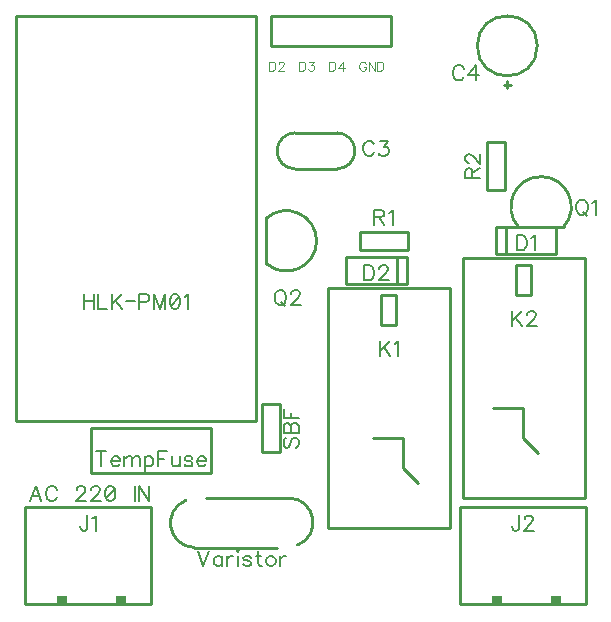
<source format=gbr>
G04 DipTrace 3.0.0.2*
G04 TopSilk.gbr*
%MOIN*%
G04 #@! TF.FileFunction,Legend,Top*
G04 #@! TF.Part,Single*
%ADD10C,0.009843*%
%ADD81C,0.00772*%
%ADD82C,0.004632*%
%FSLAX26Y26*%
G04*
G70*
G90*
G75*
G01*
G04 TopSilk*
%LPD*%
X1323761Y1833701D2*
D10*
X1463641D1*
X1323761Y1953701D2*
X1463641D1*
Y1833701D2*
G03X1463641Y1953701I60J60000D01*
G01*
X1323761D2*
G03X1323761Y1833701I-60J-60000D01*
G01*
X2043021Y2113820D2*
X2019381D1*
X2031201Y2102001D2*
Y2125614D1*
X1931201Y2243730D2*
G02X1931201Y2243730I100000J0D01*
G01*
X1992047Y1548425D2*
Y1638976D1*
X2192992D1*
X2025431Y1548425D2*
Y1638976D1*
X2192992Y1548425D2*
Y1638976D1*
X1992047Y1548425D2*
X2192992D1*
X1695354Y1538976D2*
Y1448425D1*
X1494409D1*
X1661970Y1538976D2*
Y1448425D1*
X1494409Y1538976D2*
Y1448425D1*
X1695354Y1538976D2*
X1494409D1*
X1193701Y2343701D2*
Y993701D1*
X393701D1*
Y2343701D1*
X1193701D1*
X810535Y382265D2*
X424803D1*
Y705119D1*
X842126D1*
Y382265D1*
G36*
X727905Y409150D2*
X759580D1*
Y377648D1*
X727905D1*
Y409150D1*
G37*
G36*
X531137D2*
X562770D1*
Y377648D1*
X531137D1*
Y409150D1*
G37*
X802689Y382265D2*
D10*
X842126D1*
X2260535D2*
X1874803D1*
Y705119D1*
X2292126D1*
Y382265D1*
G36*
X2177905Y409150D2*
X2209580D1*
Y377648D1*
X2177905D1*
Y409150D1*
G37*
G36*
X1981137D2*
X2012770D1*
Y377648D1*
X1981137D1*
Y409150D1*
G37*
X2252689Y382265D2*
D10*
X2292126D1*
X1840551Y1437008D2*
X1435039D1*
Y637795D1*
X1840551D1*
Y1437008D1*
X1685037Y837758D2*
Y937740D1*
X1684997Y837838D2*
X1735078Y787807D1*
X1585038Y937820D2*
X1685037D1*
X1660017Y1412792D2*
X1610058D1*
Y1312730D1*
X1660017D1*
Y1412792D1*
X1435039Y1187813D2*
Y1037881D1*
X2290551Y1537008D2*
X1885039D1*
Y737795D1*
X2290551D1*
Y1537008D1*
X2085038Y937758D2*
Y1037740D1*
X2084997Y937758D2*
X2135078Y887807D1*
X1985039Y1037820D2*
X2085038D1*
X2110017Y1512792D2*
X2060058D1*
Y1412730D1*
X2110017D1*
Y1512792D1*
X1885039Y1287813D2*
Y1137881D1*
X2068080Y1640558D2*
G02X2219321Y1640558I75620J66569D01*
G01*
X2068080D1*
X1228058Y1669321D2*
G02X1228058Y1518080I66569J-75620D01*
G01*
Y1669321D1*
X1538551Y1623701D2*
Y1563701D1*
X1698851Y1623701D2*
X1538551D1*
X1698851D2*
Y1563701D1*
X1538551D1*
X1963701Y1763551D2*
X2023701D1*
X1963701Y1923851D2*
Y1763551D1*
Y1923851D2*
X2023701D1*
Y1763551D1*
X1273703Y1048843D2*
X1213699D1*
X1273703Y888559D2*
Y1048843D1*
Y888559D2*
X1213699D1*
Y1048843D1*
X1044031Y818701D2*
X643371D1*
Y968701D2*
Y818701D1*
X1044031Y968701D2*
X643371D1*
X1044031D2*
Y818701D1*
X987908Y571457D2*
X1264691D1*
X1027435Y736811D2*
X1304218D1*
X1331929Y579328D2*
G03X1304218Y736811I-30275J75853D01*
G01*
X960197Y728940D2*
G03X987908Y571457I30275J-75853D01*
G01*
X1243683Y2343706D2*
X1643718D1*
Y2243701D1*
X1243683D1*
Y2343706D1*
X1587169Y1914986D2*
D81*
X1584793Y1919739D1*
X1579984Y1924547D1*
X1575231Y1926924D1*
X1565670D1*
X1560861Y1924547D1*
X1556108Y1919739D1*
X1553676Y1914986D1*
X1551300Y1907801D1*
Y1895807D1*
X1553676Y1888677D1*
X1556108Y1883869D1*
X1560861Y1879116D1*
X1565670Y1876684D1*
X1575231D1*
X1579984Y1879116D1*
X1584793Y1883869D1*
X1587169Y1888677D1*
X1607417Y1926869D2*
X1633670D1*
X1619355Y1907745D1*
X1626540D1*
X1631294Y1905369D1*
X1633670Y1902992D1*
X1636102Y1895807D1*
Y1891054D1*
X1633670Y1883869D1*
X1628917Y1879060D1*
X1621732Y1876684D1*
X1614547D1*
X1607417Y1879060D1*
X1605041Y1881492D1*
X1602609Y1886246D1*
X1885981Y2167480D2*
X1883605Y2172233D1*
X1878796Y2177041D1*
X1874043Y2179418D1*
X1864481D1*
X1859673Y2177041D1*
X1854920Y2172233D1*
X1852488Y2167480D1*
X1850111Y2160295D1*
Y2148301D1*
X1852488Y2141171D1*
X1854920Y2136363D1*
X1859673Y2131610D1*
X1864481Y2129178D1*
X1874043D1*
X1878796Y2131610D1*
X1883605Y2136363D1*
X1885981Y2141171D1*
X1925352Y2129178D2*
Y2179363D1*
X1901420Y2145925D1*
X1937290D1*
X2062057Y1612199D2*
Y1561959D1*
X2078803D1*
X2085988Y1564391D1*
X2090797Y1569144D1*
X2093173Y1573953D1*
X2095550Y1581083D1*
Y1593076D1*
X2093173Y1600261D1*
X2090797Y1605014D1*
X2085988Y1609823D1*
X2078803Y1612199D1*
X2062057D1*
X2110989Y1602583D2*
X2115798Y1605014D1*
X2122983Y1612144D1*
Y1561959D1*
X1553669Y1512199D2*
Y1461959D1*
X1570416D1*
X1577601Y1464391D1*
X1582409Y1469144D1*
X1584786Y1473953D1*
X1587162Y1481083D1*
Y1493076D1*
X1584786Y1500261D1*
X1582409Y1505014D1*
X1577601Y1509823D1*
X1570416Y1512199D1*
X1553669D1*
X1605033Y1500206D2*
Y1502583D1*
X1607410Y1507391D1*
X1609787Y1509768D1*
X1614595Y1512144D1*
X1624157D1*
X1628910Y1509768D1*
X1631286Y1507391D1*
X1633718Y1502583D1*
Y1497829D1*
X1631286Y1493021D1*
X1626533Y1485891D1*
X1602602Y1461959D1*
X1636095D1*
X619397Y1416924D2*
Y1366684D1*
X652890Y1416924D2*
Y1366684D1*
X619397Y1392992D2*
X652890D1*
X668330Y1416924D2*
Y1366684D1*
X697014D1*
X712454Y1416924D2*
Y1366684D1*
X745947Y1416924D2*
X712454Y1383431D1*
X724392Y1395424D2*
X745947Y1366684D1*
X761386Y1391776D2*
X789021D1*
X804460Y1390616D2*
X826015D1*
X833145Y1392992D1*
X835577Y1395424D1*
X837954Y1400177D1*
Y1407362D1*
X835577Y1412115D1*
X833145Y1414547D1*
X826015Y1416924D1*
X804460D1*
Y1366684D1*
X891639D2*
Y1416924D1*
X872516Y1366684D1*
X853393Y1416924D1*
Y1366684D1*
X921449Y1416869D2*
X914264Y1414492D1*
X909455Y1407307D1*
X907079Y1395369D1*
Y1388184D1*
X909455Y1376245D1*
X914264Y1369060D1*
X921449Y1366684D1*
X926202D1*
X933387Y1369060D1*
X938140Y1376245D1*
X940572Y1388184D1*
Y1395369D1*
X938140Y1407307D1*
X933387Y1414492D1*
X926202Y1416869D1*
X921449D1*
X938140Y1407307D2*
X909455Y1376245D1*
X956011Y1407307D2*
X960820Y1409739D1*
X968005Y1416869D1*
Y1366684D1*
X631714Y678342D2*
Y640095D1*
X629337Y632910D1*
X626906Y630534D1*
X622152Y628102D1*
X617344D1*
X612591Y630534D1*
X610214Y632910D1*
X607782Y640095D1*
Y644849D1*
X647153Y668725D2*
X651962Y671157D1*
X659147Y678287D1*
Y628102D1*
X2070964Y678342D2*
Y640095D1*
X2068588Y632910D1*
X2066156Y630534D1*
X2061402Y628102D1*
X2056594D1*
X2051841Y630534D1*
X2049464Y632910D1*
X2047032Y640095D1*
Y644849D1*
X2088835Y666348D2*
Y668725D1*
X2091212Y673533D1*
X2093588Y675910D1*
X2098397Y678287D1*
X2107958D1*
X2112712Y675910D1*
X2115088Y673533D1*
X2117520Y668725D1*
Y663972D1*
X2115088Y659163D1*
X2110335Y652034D1*
X2086403Y628102D1*
X2119897D1*
X1607332Y1260231D2*
Y1209991D1*
X1640826Y1260231D2*
X1607332Y1226738D1*
X1619270Y1238731D2*
X1640826Y1209991D1*
X1656265Y1250614D2*
X1661073Y1253046D1*
X1668258Y1260176D1*
Y1209991D1*
X2046582Y1360231D2*
Y1309991D1*
X2080076Y1360231D2*
X2046582Y1326738D1*
X2058521Y1338731D2*
X2080076Y1309991D1*
X2097947Y1348237D2*
Y1350614D1*
X2100323Y1355423D1*
X2102700Y1357799D1*
X2107508Y1360176D1*
X2117070D1*
X2121823Y1357799D1*
X2124200Y1355423D1*
X2126632Y1350614D1*
Y1345861D1*
X2124200Y1341052D1*
X2119447Y1333923D1*
X2095515Y1309991D1*
X2129008D1*
X2275204Y1731098D2*
X2270450Y1728776D1*
X2265642Y1723968D1*
X2263265Y1719160D1*
X2260834Y1711974D1*
Y1700036D1*
X2263265Y1692851D1*
X2265642Y1688098D1*
X2270450Y1683290D1*
X2275204Y1680913D1*
X2284765D1*
X2289574Y1683290D1*
X2294327Y1688098D1*
X2296703Y1692851D1*
X2299135Y1700036D1*
Y1711974D1*
X2296703Y1719160D1*
X2294327Y1723968D1*
X2289574Y1728776D1*
X2284765Y1731098D1*
X2275204D1*
X2282389Y1690475D2*
X2296703Y1676105D1*
X2314575Y1721481D2*
X2319383Y1723913D1*
X2326568Y1731042D1*
Y1680858D1*
X1269969Y1430171D2*
X1265216Y1427849D1*
X1260408Y1423041D1*
X1258031Y1418233D1*
X1255599Y1411048D1*
Y1399109D1*
X1258031Y1391924D1*
X1260408Y1387171D1*
X1265216Y1382363D1*
X1269969Y1379986D1*
X1279531D1*
X1284340Y1382363D1*
X1289093Y1387171D1*
X1291469Y1391924D1*
X1293901Y1399109D1*
Y1411048D1*
X1291469Y1418233D1*
X1289093Y1423041D1*
X1284340Y1427849D1*
X1279531Y1430171D1*
X1269969D1*
X1277154Y1389548D2*
X1291469Y1375178D1*
X1311772Y1418177D2*
Y1420554D1*
X1314149Y1425362D1*
X1316525Y1427739D1*
X1321334Y1430115D1*
X1330896D1*
X1335649Y1427739D1*
X1338025Y1425362D1*
X1340457Y1420554D1*
Y1415801D1*
X1338025Y1410992D1*
X1333272Y1403862D1*
X1309340Y1379931D1*
X1342834D1*
X1588238Y1672992D2*
X1609738D1*
X1616923Y1675424D1*
X1619354Y1677801D1*
X1621731Y1682554D1*
Y1687362D1*
X1619354Y1692115D1*
X1616923Y1694547D1*
X1609738Y1696924D1*
X1588238D1*
Y1646684D1*
X1604984Y1672992D2*
X1621731Y1646684D1*
X1637170Y1687307D2*
X1641979Y1689739D1*
X1649164Y1696869D1*
Y1646684D1*
X1914409Y1802488D2*
Y1823988D1*
X1911978Y1831173D1*
X1909601Y1833605D1*
X1904848Y1835981D1*
X1900039D1*
X1895286Y1833605D1*
X1892854Y1831173D1*
X1890478Y1823988D1*
Y1802488D1*
X1940718D1*
X1914409Y1819235D2*
X1940718Y1835981D1*
X1902471Y1853852D2*
X1900095D1*
X1895286Y1856229D1*
X1892910Y1858606D1*
X1890533Y1863414D1*
Y1872976D1*
X1892910Y1877729D1*
X1895286Y1880105D1*
X1900095Y1882537D1*
X1904848D1*
X1909656Y1880105D1*
X1916786Y1875352D1*
X1940718Y1851420D1*
Y1884914D1*
X1292663Y937703D2*
X1287854Y932950D1*
X1285478Y925765D1*
Y916203D1*
X1287854Y909018D1*
X1292663Y904210D1*
X1297416D1*
X1302224Y906642D1*
X1304601Y909018D1*
X1306978Y913772D1*
X1311786Y928142D1*
X1314163Y932950D1*
X1316595Y935327D1*
X1321348Y937703D1*
X1328533D1*
X1333286Y932950D1*
X1335718Y925765D1*
Y916203D1*
X1333286Y909018D1*
X1328533Y904210D1*
X1285478Y953143D2*
X1335718Y953142D1*
Y974698D1*
X1333286Y981883D1*
X1330909Y984259D1*
X1326156Y986636D1*
X1318971D1*
X1314163Y984259D1*
X1311786Y981883D1*
X1309409Y974698D1*
X1306978Y981883D1*
X1304601Y984259D1*
X1299848Y986636D1*
X1295039D1*
X1290286Y984259D1*
X1287854Y981883D1*
X1285478Y974698D1*
Y953143D1*
X1309409Y953142D2*
Y974698D1*
X1285478Y1033192D2*
Y1002075D1*
X1335718D1*
X1309409D2*
Y1021198D1*
X678406Y891924D2*
Y841684D1*
X661659Y891924D2*
X695153D1*
X710592Y860807D2*
X739277D1*
Y865616D1*
X736900Y870424D1*
X734523Y872801D1*
X729715Y875177D1*
X722530D1*
X717777Y872801D1*
X712968Y867992D1*
X710592Y860807D1*
Y856054D1*
X712968Y848869D1*
X717777Y844116D1*
X722530Y841684D1*
X729715D1*
X734523Y844116D1*
X739277Y848869D1*
X754716Y875177D2*
Y841684D1*
Y865616D2*
X761901Y872801D1*
X766709Y875177D1*
X773839D1*
X778648Y872801D1*
X781024Y865616D1*
Y841684D1*
Y865616D2*
X788209Y872801D1*
X793018Y875177D1*
X800147D1*
X804956Y872801D1*
X807388Y865616D1*
Y841684D1*
X822827Y875177D2*
Y824937D1*
Y867992D2*
X827635Y872745D1*
X832389Y875177D1*
X839574D1*
X844382Y872745D1*
X849135Y867992D1*
X851567Y860807D1*
Y855999D1*
X849135Y848869D1*
X844382Y844060D1*
X839574Y841684D1*
X832389D1*
X827635Y844060D1*
X822827Y848869D1*
X898123Y891924D2*
X867006D1*
Y841684D1*
Y867992D2*
X886130D1*
X913562Y875177D2*
Y851245D1*
X915939Y844116D1*
X920747Y841684D1*
X927932D1*
X932686Y844116D1*
X939871Y851245D1*
Y875177D2*
Y841684D1*
X981618Y867992D2*
X979242Y872801D1*
X972057Y875177D1*
X964872D1*
X957687Y872801D1*
X955310Y867992D1*
X957687Y863239D1*
X962495Y860807D1*
X974433Y858431D1*
X979242Y856054D1*
X981618Y851245D1*
Y848869D1*
X979242Y844116D1*
X972057Y841684D1*
X964872D1*
X957687Y844116D1*
X955310Y848869D1*
X997058Y860807D2*
X1025742D1*
Y865616D1*
X1023366Y870424D1*
X1020989Y872801D1*
X1016181Y875177D1*
X1008996D1*
X1004243Y872801D1*
X999434Y867992D1*
X997058Y860807D1*
Y856054D1*
X999434Y848869D1*
X1004243Y844116D1*
X1008996Y841684D1*
X1016181D1*
X1020989Y844116D1*
X1025742Y848869D1*
X998703Y560034D2*
X1017826Y509794D1*
X1036950Y560034D1*
X1081074Y543287D2*
Y509794D1*
Y536102D2*
X1076320Y540911D1*
X1071512Y543287D1*
X1064382D1*
X1059574Y540911D1*
X1054821Y536102D1*
X1052389Y528917D1*
Y524164D1*
X1054821Y516979D1*
X1059574Y512226D1*
X1064382Y509794D1*
X1071512D1*
X1076320Y512226D1*
X1081074Y516979D1*
X1096513Y543287D2*
Y509794D1*
Y528917D2*
X1098945Y536102D1*
X1103698Y540911D1*
X1108506Y543287D1*
X1115691D1*
X1131131Y560034D2*
X1133507Y557658D1*
X1135939Y560034D1*
X1133507Y562466D1*
X1131131Y560034D1*
X1133507Y543287D2*
Y509794D1*
X1177687Y536102D2*
X1175310Y540911D1*
X1168125Y543287D1*
X1160940D1*
X1153755Y540911D1*
X1151378Y536102D1*
X1153755Y531349D1*
X1158563Y528917D1*
X1170502Y526541D1*
X1175310Y524164D1*
X1177687Y519356D1*
Y516979D1*
X1175310Y512226D1*
X1168125Y509794D1*
X1160940D1*
X1153755Y512226D1*
X1151378Y516979D1*
X1200311Y560034D2*
Y519356D1*
X1202688Y512226D1*
X1207496Y509794D1*
X1212249D1*
X1193126Y543287D2*
X1209873D1*
X1239627D2*
X1234873Y540911D1*
X1230065Y536102D1*
X1227688Y528917D1*
Y524164D1*
X1230065Y516979D1*
X1234873Y512226D1*
X1239627Y509794D1*
X1246812D1*
X1251620Y512226D1*
X1256373Y516979D1*
X1258805Y524164D1*
Y528917D1*
X1256373Y536102D1*
X1251620Y540911D1*
X1246812Y543287D1*
X1239627D1*
X1274244D2*
Y509794D1*
Y528917D2*
X1276676Y536102D1*
X1281429Y540911D1*
X1286238Y543287D1*
X1293423D1*
X478143Y726502D2*
X458965Y776742D1*
X439841Y726502D1*
X447026Y743249D2*
X470958D1*
X529452Y764804D2*
X527076Y769557D1*
X522267Y774366D1*
X517514Y776742D1*
X507953D1*
X503144Y774366D1*
X498391Y769557D1*
X495959Y764804D1*
X493582Y757619D1*
Y745625D1*
X495959Y738496D1*
X498391Y733687D1*
X503144Y728934D1*
X507953Y726502D1*
X517514D1*
X522267Y728934D1*
X527076Y733687D1*
X529452Y738496D1*
X595924Y764749D2*
Y767125D1*
X598301Y771934D1*
X600678Y774310D1*
X605486Y776687D1*
X615048D1*
X619801Y774310D1*
X622178Y771934D1*
X624609Y767125D1*
Y762372D1*
X622178Y757564D1*
X617424Y750434D1*
X593493Y726502D1*
X626986D1*
X644857Y764749D2*
Y767125D1*
X647234Y771934D1*
X649610Y774310D1*
X654419Y776687D1*
X663980D1*
X668733Y774310D1*
X671110Y771934D1*
X673542Y767125D1*
Y762372D1*
X671110Y757564D1*
X666357Y750434D1*
X642425Y726502D1*
X675919D1*
X705728Y776687D2*
X698543Y774310D1*
X693734Y767125D1*
X691358Y755187D1*
Y748002D1*
X693734Y736064D1*
X698543Y728879D1*
X705728Y726502D1*
X710481D1*
X717666Y728879D1*
X722419Y736064D1*
X724851Y748002D1*
Y755187D1*
X722419Y767125D1*
X717666Y774310D1*
X710481Y776687D1*
X705728D1*
X722419Y767125D2*
X693734Y736064D1*
X788891Y776742D2*
Y726502D1*
X837824Y776742D2*
Y726502D1*
X804331Y776742D1*
Y726502D1*
X1238298Y2191245D2*
D82*
Y2161101D1*
X1248346D1*
X1252657Y2162560D1*
X1255542Y2165412D1*
X1256968Y2168297D1*
X1258394Y2172575D1*
Y2179771D1*
X1256968Y2184082D1*
X1255542Y2186934D1*
X1252657Y2189819D1*
X1248346Y2191245D1*
X1238298D1*
X1269116Y2184049D2*
Y2185475D1*
X1270542Y2188360D1*
X1271968Y2189786D1*
X1274853Y2191212D1*
X1280590D1*
X1283442Y2189786D1*
X1284868Y2188360D1*
X1286327Y2185475D1*
Y2182623D1*
X1284868Y2179738D1*
X1282016Y2175460D1*
X1267657Y2161101D1*
X1287753D1*
X1338298Y2191245D2*
Y2161101D1*
X1348346D1*
X1352657Y2162560D1*
X1355542Y2165412D1*
X1356968Y2168297D1*
X1358394Y2172575D1*
Y2179771D1*
X1356968Y2184082D1*
X1355542Y2186934D1*
X1352657Y2189819D1*
X1348346Y2191245D1*
X1338298D1*
X1370542Y2191212D2*
X1386294D1*
X1377705Y2179738D1*
X1382016D1*
X1384868Y2178312D1*
X1386294Y2176886D1*
X1387753Y2172575D1*
Y2169723D1*
X1386294Y2165412D1*
X1383442Y2162527D1*
X1379131Y2161101D1*
X1374820D1*
X1370542Y2162527D1*
X1369116Y2163986D1*
X1367657Y2166838D1*
X1438298Y2191245D2*
Y2161101D1*
X1448346D1*
X1452657Y2162560D1*
X1455542Y2165412D1*
X1456968Y2168297D1*
X1458394Y2172575D1*
Y2179771D1*
X1456968Y2184082D1*
X1455542Y2186934D1*
X1452657Y2189819D1*
X1448346Y2191245D1*
X1438298D1*
X1482016Y2161101D2*
Y2191212D1*
X1467657Y2171149D1*
X1489179D1*
X1559819Y2184082D2*
X1558394Y2186934D1*
X1555508Y2189819D1*
X1552657Y2191245D1*
X1546920D1*
X1544034Y2189819D1*
X1541183Y2186934D1*
X1539723Y2184082D1*
X1538298Y2179771D1*
Y2172575D1*
X1539723Y2168297D1*
X1541183Y2165412D1*
X1544034Y2162560D1*
X1546920Y2161101D1*
X1552657D1*
X1555508Y2162560D1*
X1558394Y2165412D1*
X1559819Y2168297D1*
Y2172575D1*
X1552657D1*
X1589179Y2191245D2*
Y2161101D1*
X1569083Y2191245D1*
Y2161101D1*
X1598443Y2191245D2*
Y2161101D1*
X1608491D1*
X1612802Y2162560D1*
X1615687Y2165412D1*
X1617113Y2168297D1*
X1618539Y2172575D1*
Y2179771D1*
X1617113Y2184082D1*
X1615687Y2186934D1*
X1612802Y2189819D1*
X1608491Y2191245D1*
X1598443D1*
M02*

</source>
